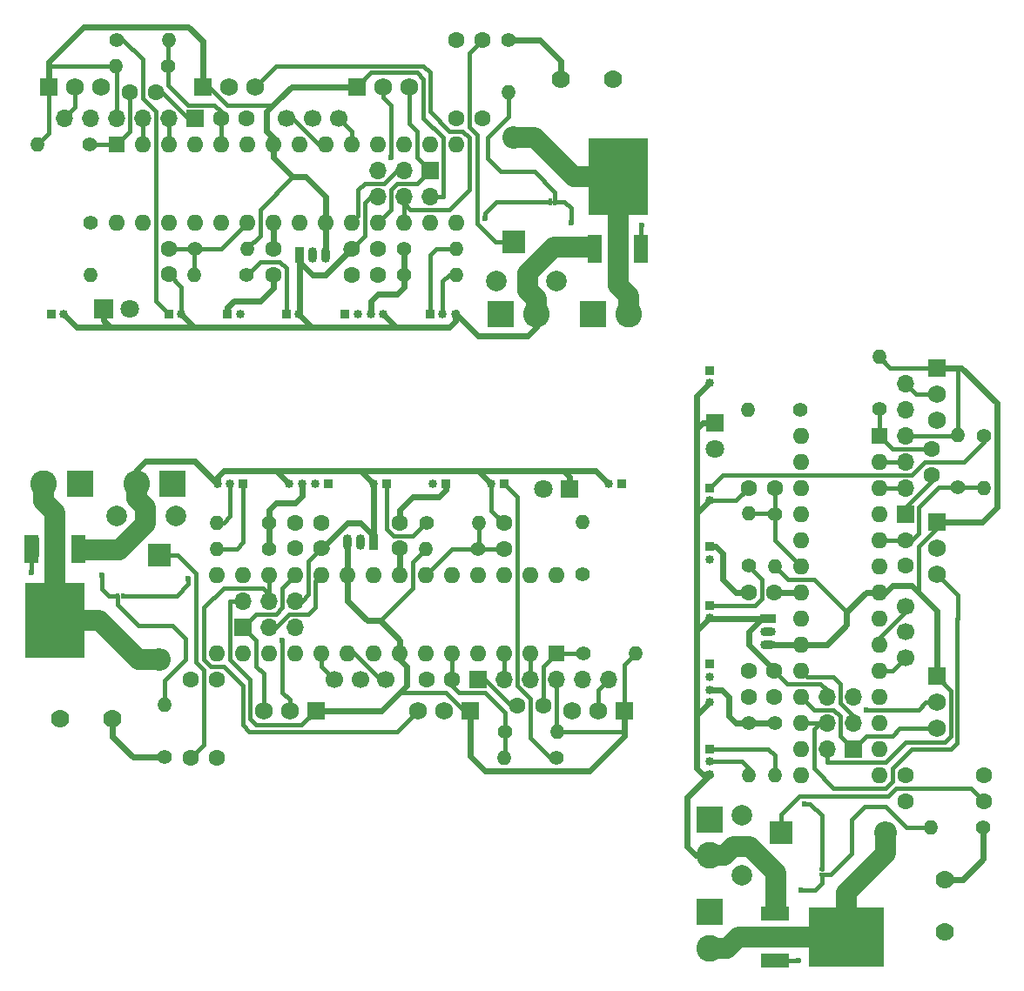
<source format=gbl>
%MOIN*%
%OFA0B0*%
%FSLAX46Y46*%
%IPPOS*%
%LPD*%
%AMREC10*
4,1,3,
0.043307086614173228,0.043307086614173242,
-0.043307086614173242,0.043307086614173228,
-0.043307086614173228,-0.043307086614173242,
0.043307086614173242,-0.043307086614173228,
0*%
%AMREC20*
4,1,3,
0.033464566929133854,0.033464566929133861,
-0.033464566929133861,0.033464566929133854,
-0.033464566929133854,-0.033464566929133861,
0.033464566929133861,-0.033464566929133854,
0*%
%AMREC30*
4,1,3,
0.035433070866141732,0.035433070866141739,
-0.035433070866141739,0.035433070866141732,
-0.035433070866141732,-0.035433070866141739,
0.035433070866141739,-0.035433070866141732,
0*%
%AMREC40*
4,1,3,
0.03444881889763779,0.0344488188976378,
-0.0344488188976378,0.03444881889763779,
-0.03444881889763779,-0.0344488188976378,
0.0344488188976378,-0.03444881889763779,
0*%
%AMREC50*
4,1,3,
0.031496062992125984,0.031496062992125991,
-0.031496062992125991,0.031496062992125984,
-0.031496062992125984,-0.031496062992125991,
0.031496062992125991,-0.031496062992125984,
0*%
%AMREC60*
4,1,3,
0.051181102362204724,0.051181102362204738,
-0.051181102362204738,0.051181102362204724,
-0.051181102362204724,-0.051181102362204738,
0.051181102362204738,-0.051181102362204724,
0*%
%AMREC70*
4,1,3,
0.017716535433070862,0.029527559055118113,
-0.017716535433070873,0.029527559055118113,
-0.017716535433070862,-0.029527559055118113,
0.017716535433070873,-0.029527559055118113,
0*%
%AMREC80*
4,1,3,
0.016732283464566927,0.016732283464566931,
-0.016732283464566931,0.016732283464566927,
-0.016732283464566927,-0.016732283464566931,
0.016732283464566931,-0.016732283464566927,
0*%
%AMREC90*
4,1,3,
0.027559055118110232,0.053149606299212608,
-0.027559055118110239,0.053149606299212608,
-0.027559055118110232,-0.053149606299212608,
0.027559055118110239,-0.053149606299212608,
0*%
%AMREC100*
4,1,3,
0.11417322834645668,0.1456692913385827,
-0.11417322834645671,0.14566929133858267,
-0.11417322834645668,-0.1456692913385827,
0.11417322834645671,-0.14566929133858267,
0*%
%AMREC110*
4,1,3,
0.007874015748031496,0.011811023622047244,
-0.0078740157480314977,0.011811023622047244,
-0.007874015748031496,-0.011811023622047244,
0.0078740157480314977,-0.011811023622047244,
0*%
%ADD10C,0.0039370078740157488*%
%ADD11R,0.086614173228346469X0.086614173228346469*%
%ADD12O,0.086614173228346469X0.086614173228346469*%
%ADD13C,0.07*%
%ADD14R,0.066929133858267723X0.066929133858267723*%
%ADD15O,0.066929133858267723X0.066929133858267723*%
%ADD16R,0.070866141732283464X0.070866141732283464*%
%ADD17C,0.070866141732283464*%
%ADD18C,0.068897637795275593*%
%ADD19R,0.068897637795275593X0.068897637795275593*%
%ADD20C,0.07874015748031496*%
%ADD21R,0.062992125984251982X0.062992125984251982*%
%ADD22O,0.062992125984251982X0.062992125984251982*%
%ADD23R,0.10236220472440946X0.10236220472440946*%
%ADD24C,0.10236220472440946*%
%ADD25C,0.066929133858267723*%
%ADD26C,0.055118110236220472*%
%ADD27O,0.055118110236220472X0.055118110236220472*%
%ADD28C,0.062992125984251982*%
%ADD29O,0.035433070866141732X0.059055118110236227*%
%ADD30R,0.035433070866141732X0.059055118110236227*%
%ADD31R,0.033464566929133861X0.033464566929133861*%
%ADD32C,0.033464566929133861*%
%ADD33R,0.055118110236220472X0.10629921259842522*%
%ADD34R,0.2283464566929134X0.29133858267716539*%
%ADD35R,0.015748031496062995X0.023622047244094488*%
%ADD36C,0.023622047244094488*%
%ADD37C,0.016*%
%ADD38C,0.024000000000000004*%
%ADD39C,0.036000000000000004*%
%ADD40C,0.08*%
%ADD51C,0.0039370078740157488*%
%AMCOMP41*
4,1,3,
0.043307086614173228,0.043307086614173242,
-0.043307086614173242,0.043307086614173228,
-0.043307086614173228,-0.043307086614173242,
0.043307086614173242,-0.043307086614173228,
0*%
%ADD52COMP41*%
%ADD53O,0.086614173228346469X0.086614173228346469*%
%ADD54C,0.07*%
%AMCOMP42*
4,1,3,
0.033464566929133854,0.033464566929133861,
-0.033464566929133861,0.033464566929133854,
-0.033464566929133854,-0.033464566929133861,
0.033464566929133861,-0.033464566929133854,
0*%
%ADD55COMP42*%
%ADD56O,0.066929133858267723X0.066929133858267723*%
%AMCOMP43*
4,1,3,
0.035433070866141732,0.035433070866141739,
-0.035433070866141739,0.035433070866141732,
-0.035433070866141732,-0.035433070866141739,
0.035433070866141739,-0.035433070866141732,
0*%
%ADD57COMP43*%
%ADD58C,0.070866141732283464*%
%ADD59C,0.068897637795275593*%
%AMCOMP44*
4,1,3,
0.03444881889763779,0.0344488188976378,
-0.0344488188976378,0.03444881889763779,
-0.03444881889763779,-0.0344488188976378,
0.0344488188976378,-0.03444881889763779,
0*%
%ADD60COMP44*%
%ADD61C,0.07874015748031496*%
%AMCOMP45*
4,1,3,
0.031496062992125984,0.031496062992125991,
-0.031496062992125991,0.031496062992125984,
-0.031496062992125984,-0.031496062992125991,
0.031496062992125991,-0.031496062992125984,
0*%
%ADD62COMP45*%
%ADD63O,0.062992125984251982X0.062992125984251982*%
%AMCOMP46*
4,1,3,
0.051181102362204724,0.051181102362204738,
-0.051181102362204738,0.051181102362204724,
-0.051181102362204724,-0.051181102362204738,
0.051181102362204738,-0.051181102362204724,
0*%
%ADD64COMP46*%
%ADD65C,0.10236220472440946*%
%ADD66C,0.066929133858267723*%
%ADD67C,0.055118110236220472*%
%ADD68O,0.055118110236220472X0.055118110236220472*%
%ADD69C,0.062992125984251982*%
%ADD70O,0.035433070866141732X0.059055118110236227*%
%AMCOMP47*
4,1,3,
0.017716535433070862,0.029527559055118113,
-0.017716535433070873,0.029527559055118113,
-0.017716535433070862,-0.029527559055118113,
0.017716535433070873,-0.029527559055118113,
0*%
%ADD71COMP47*%
%AMCOMP48*
4,1,3,
0.016732283464566927,0.016732283464566931,
-0.016732283464566931,0.016732283464566927,
-0.016732283464566927,-0.016732283464566931,
0.016732283464566931,-0.016732283464566927,
0*%
%ADD72COMP48*%
%ADD73C,0.033464566929133861*%
%AMCOMP49*
4,1,3,
0.027559055118110232,0.053149606299212608,
-0.027559055118110239,0.053149606299212608,
-0.027559055118110232,-0.053149606299212608,
0.027559055118110239,-0.053149606299212608,
0*%
%ADD74COMP49*%
%AMCOMP50*
4,1,3,
0.11417322834645668,0.1456692913385827,
-0.11417322834645671,0.14566929133858267,
-0.11417322834645668,-0.1456692913385827,
0.11417322834645671,-0.14566929133858267,
0*%
%ADD75COMP50*%
%AMCOMP51*
4,1,3,
0.007874015748031496,0.011811023622047244,
-0.0078740157480314977,0.011811023622047244,
-0.007874015748031496,-0.011811023622047244,
0.0078740157480314977,-0.011811023622047244,
0*%
%ADD76COMP51*%
%ADD77C,0.023622047244094488*%
%ADD78C,0.016*%
%ADD79C,0.024000000000000004*%
%ADD80C,0.036000000000000004*%
%ADD81C,0.08*%
%ADD82C,0.0039370078740157488*%
%ADD83R,0.086614173228346469X0.086614173228346469*%
%ADD84O,0.086614173228346469X0.086614173228346469*%
%ADD85C,0.07*%
%ADD86R,0.066929133858267723X0.066929133858267723*%
%ADD87O,0.066929133858267723X0.066929133858267723*%
%ADD88R,0.070866141732283464X0.070866141732283464*%
%ADD89C,0.070866141732283464*%
%ADD90C,0.068897637795275593*%
%ADD91R,0.068897637795275593X0.068897637795275593*%
%ADD92C,0.07874015748031496*%
%ADD93R,0.062992125984251982X0.062992125984251982*%
%ADD94O,0.062992125984251982X0.062992125984251982*%
%ADD95R,0.10236220472440946X0.10236220472440946*%
%ADD96C,0.10236220472440946*%
%ADD97C,0.066929133858267723*%
%ADD98C,0.055118110236220472*%
%ADD99O,0.055118110236220472X0.055118110236220472*%
%ADD100C,0.062992125984251982*%
%ADD101O,0.059055118110236227X0.035433070866141732*%
%ADD102R,0.059055118110236227X0.035433070866141732*%
%ADD103R,0.033464566929133861X0.033464566929133861*%
%ADD104C,0.033464566929133861*%
%ADD105R,0.10629921259842522X0.055118110236220472*%
%ADD106R,0.29133858267716539X0.2283464566929134*%
%ADD107R,0.023622047244094488X0.015748031496062995*%
%ADD108C,0.023622047244094488*%
%ADD109C,0.016*%
%ADD110C,0.024000000000000004*%
%ADD111C,0.036000000000000004*%
%ADD112C,0.08*%
G01*
D10*
D11*
X-0001338582Y0005393700D02*
X0000661417Y0001643700D03*
D12*
X0000661417Y0001243700D03*
D13*
X0000481417Y0001018700D03*
X0000281417Y0001018700D03*
D14*
X0001881417Y0001168700D03*
D15*
X0001981417Y0001168700D03*
X0002081417Y0001168700D03*
X0002181417Y0001168700D03*
X0002281417Y0001168700D03*
X0002381417Y0001168700D03*
D16*
X0002231417Y0001898700D03*
D17*
X0002131417Y0001898700D03*
D18*
X0002240866Y0001048622D03*
X0002340866Y0001048622D03*
D19*
X0002440866Y0001048622D03*
D20*
X0000497244Y0001793700D03*
X0000725590Y0001793700D03*
D21*
X0002181417Y0001268700D03*
D22*
X0000881417Y0001568700D03*
X0002081417Y0001268700D03*
X0000981417Y0001568700D03*
X0001981417Y0001268700D03*
X0001081417Y0001568700D03*
X0001881417Y0001268700D03*
X0001181417Y0001568700D03*
X0001781417Y0001268700D03*
X0001281417Y0001568700D03*
X0001681417Y0001268700D03*
X0001381417Y0001568700D03*
X0001581417Y0001268700D03*
X0001481417Y0001568700D03*
X0001481417Y0001268700D03*
X0001581417Y0001568700D03*
X0001381417Y0001268700D03*
X0001681417Y0001568700D03*
X0001281417Y0001268700D03*
X0001781417Y0001568700D03*
X0001181417Y0001268700D03*
X0001881417Y0001568700D03*
X0001081417Y0001268700D03*
X0001981417Y0001568700D03*
X0000981417Y0001268700D03*
X0002081417Y0001568700D03*
X0000881417Y0001268700D03*
X0002181417Y0001568700D03*
D23*
X0000711417Y0001918700D03*
D24*
X0000573622Y0001918700D03*
D23*
X0000356417Y0001918700D03*
D24*
X0000218622Y0001918700D03*
D25*
X0001331417Y0001168700D03*
X0001429842Y0001168700D03*
X0001528267Y0001168700D03*
D26*
X0001982992Y0000968700D03*
D27*
X0002182992Y0000968700D03*
D26*
X0002179842Y0000868700D03*
D27*
X0001979842Y0000868700D03*
D28*
X0001581417Y0001768700D03*
X0001581417Y0001670275D03*
X0001281417Y0001768700D03*
X0001281417Y0001670275D03*
X0001781417Y0001168700D03*
X0001682992Y0001168700D03*
D29*
X0001431417Y0001693700D03*
X0001381417Y0001693700D03*
D30*
X0001481417Y0001693700D03*
D28*
X0001181417Y0001768700D03*
X0001181417Y0001670275D03*
X0002031417Y0001068700D03*
X0002129842Y0001068700D03*
D26*
X0002282992Y0001268700D03*
D27*
X0002482992Y0001268700D03*
D28*
X0001981417Y0001668700D03*
X0001981417Y0001767125D03*
D26*
X0001682992Y0001768700D03*
D27*
X0001882992Y0001768700D03*
D26*
X0001879842Y0001668700D03*
D27*
X0001679842Y0001668700D03*
D18*
X0001650314Y0001048622D03*
X0001750314Y0001048622D03*
D19*
X0001850314Y0001048622D03*
D18*
X0001059763Y0001048622D03*
X0001159763Y0001048622D03*
D19*
X0001259763Y0001048622D03*
D26*
X0001079842Y0001668700D03*
D27*
X0000879842Y0001668700D03*
D26*
X0001079842Y0001768700D03*
D27*
X0000879842Y0001768700D03*
D26*
X0002281417Y0001570275D03*
D27*
X0002281417Y0001770275D03*
D28*
X0000781417Y0001168700D03*
X0000781417Y0000868700D03*
X0000881417Y0001168700D03*
X0000881417Y0000868700D03*
D26*
X0000681417Y0000870275D03*
D27*
X0000681417Y0001070275D03*
D14*
X0000981417Y0001368700D03*
D15*
X0000981417Y0001468700D03*
X0001081417Y0001368700D03*
X0001081417Y0001468700D03*
X0001181417Y0001368700D03*
X0001181417Y0001468700D03*
D31*
X0001756417Y0001918700D03*
D32*
X0001707204Y0001918700D03*
D31*
X0001306417Y0001918700D03*
D32*
X0001257204Y0001918700D03*
X0001207992Y0001918700D03*
X0001158779Y0001918700D03*
D31*
X0001531417Y0001918700D03*
D32*
X0001482204Y0001918700D03*
D31*
X0002431417Y0001918700D03*
D32*
X0002382204Y0001918700D03*
D31*
X0001981417Y0001918700D03*
D32*
X0001932204Y0001918700D03*
D31*
X0000981417Y0001918700D03*
D32*
X0000932204Y0001918700D03*
X0000882992Y0001918700D03*
D33*
X0000171653Y0001668897D03*
X0000351181Y0001668897D03*
D34*
X0000261417Y0001394015D03*
D35*
X0000521259Y0001488700D03*
X0000501574Y0001488700D03*
D36*
X0001131417Y0001318700D03*
X0000171417Y0001578700D03*
X0000441417Y0001568700D03*
X0000771417Y0001553700D03*
D37*
X0002181417Y0001268700D02*
X0002282992Y0001268700D01*
X0002181417Y0001268700D02*
X0002131417Y0001218700D01*
X0002131417Y0001218700D02*
X0002131417Y0001070275D01*
X0002131417Y0001070275D02*
X0002129842Y0001068700D01*
D38*
X0000882992Y0001918700D02*
X0000881417Y0001918700D01*
X0000881417Y0001918700D02*
X0000796417Y0002003700D01*
X0000573622Y0001970905D02*
X0000573622Y0001918700D01*
X0000606417Y0002003700D02*
X0000573622Y0001970905D01*
X0000796417Y0002003700D02*
X0000606417Y0002003700D01*
D39*
X0000356377Y0001663700D02*
X0000381417Y0001663700D01*
D40*
X0000573622Y0001861496D02*
X0000606417Y0001828700D01*
X0000606417Y0001828700D02*
X0000606417Y0001763700D01*
X0000606417Y0001763700D02*
X0000506417Y0001663700D01*
X0000506417Y0001663700D02*
X0000381417Y0001663700D01*
X0000573622Y0001861496D02*
X0000573622Y0001918700D01*
D39*
X0000356377Y0001663700D02*
X0000351181Y0001668897D01*
D38*
X0000481417Y0001018700D02*
X0000481417Y0000948700D01*
X0000481417Y0000948700D02*
X0000559842Y0000870275D01*
X0000559842Y0000870275D02*
X0000681417Y0000870275D01*
D37*
X0001159763Y0001090354D02*
X0001159763Y0001048622D01*
X0001131417Y0001118700D02*
X0001159763Y0001090354D01*
X0001131417Y0001318700D02*
X0001131417Y0001118700D01*
D38*
X0001281417Y0001670275D02*
X0001282992Y0001670275D01*
X0001282992Y0001670275D02*
X0001381417Y0001768700D01*
X0001431417Y0001768700D02*
X0001481417Y0001718700D01*
X0001381417Y0001768700D02*
X0001431417Y0001768700D01*
X0001481417Y0001718700D02*
X0001481417Y0001693700D01*
D37*
X0001181417Y0001468700D02*
X0001206417Y0001468700D01*
X0001206417Y0001468700D02*
X0001231417Y0001493700D01*
X0001231417Y0001493700D02*
X0001231417Y0001620275D01*
X0001231417Y0001620275D02*
X0001281417Y0001670275D01*
D38*
X0001481417Y0001718700D02*
X0001481417Y0001693700D01*
X0001581417Y0001670275D02*
X0001581417Y0001568700D01*
X0001481417Y0001693700D02*
X0001481417Y0001917913D01*
X0001481417Y0001917913D02*
X0001482204Y0001918700D01*
D37*
X0002340866Y0001048622D02*
X0002340866Y0001128149D01*
X0002340866Y0001128149D02*
X0002381417Y0001168700D01*
X0001304842Y0001670275D02*
X0001281417Y0001670275D01*
X0001932204Y0001918700D02*
X0001932204Y0001816338D01*
X0001932204Y0001816338D02*
X0001981417Y0001767125D01*
D38*
X0001856417Y0001968700D02*
X0001882204Y0001968700D01*
X0001882204Y0001968700D02*
X0001932204Y0001918700D01*
X0002181417Y0001968700D02*
X0002332204Y0001968700D01*
X0002332204Y0001968700D02*
X0002382204Y0001918700D01*
X0001431417Y0001968700D02*
X0001856417Y0001968700D01*
X0001856417Y0001968700D02*
X0002181417Y0001968700D01*
X0002181417Y0001968700D02*
X0002206417Y0001968700D01*
X0002231417Y0001943700D02*
X0002231417Y0001898700D01*
X0002206417Y0001968700D02*
X0002231417Y0001943700D01*
X0001108779Y0001968700D02*
X0001431417Y0001968700D01*
X0001431417Y0001968700D02*
X0001432204Y0001968700D01*
X0001432204Y0001968700D02*
X0001482204Y0001918700D01*
X0000882992Y0001918700D02*
X0000882992Y0001945275D01*
X0001108779Y0001968700D02*
X0001158779Y0001918700D01*
X0000906417Y0001968700D02*
X0001108779Y0001968700D01*
X0000882992Y0001945275D02*
X0000906417Y0001968700D01*
X0000879055Y0001914763D02*
X0000882992Y0001918700D01*
D37*
X0001879842Y0001668700D02*
X0001981417Y0001668700D01*
X0001681417Y0001568700D02*
X0001781417Y0001668700D01*
X0001781417Y0001668700D02*
X0001879842Y0001668700D01*
X0001882992Y0001768700D02*
X0001882992Y0001671850D01*
X0001882992Y0001671850D02*
X0001879842Y0001668700D01*
X0000879842Y0001668700D02*
X0000956417Y0001668700D01*
X0000981417Y0001693700D02*
X0000981417Y0001918700D01*
X0000956417Y0001668700D02*
X0000981417Y0001693700D01*
X0000171417Y0001578700D02*
X0000171653Y0001578937D01*
X0000171653Y0001668897D02*
X0000171653Y0001578937D01*
X0000466417Y0001488700D02*
X0000501574Y0001488700D01*
X0000441417Y0001513700D02*
X0000466417Y0001488700D01*
X0000441417Y0001568700D02*
X0000441417Y0001513700D01*
X0000501574Y0001488700D02*
X0000501574Y0001453543D01*
X0000681417Y0001163700D02*
X0000681417Y0001070275D01*
X0000761417Y0001243700D02*
X0000681417Y0001163700D01*
X0000761417Y0001323700D02*
X0000761417Y0001243700D01*
X0000711417Y0001373700D02*
X0000761417Y0001323700D01*
X0000581417Y0001373700D02*
X0000711417Y0001373700D01*
X0000501574Y0001453543D02*
X0000581417Y0001373700D01*
X0000191653Y0001643897D02*
X0000191653Y0001708464D01*
X0001982992Y0000968700D02*
X0001982992Y0000871850D01*
X0001982992Y0000871850D02*
X0001979842Y0000868700D01*
X0001781417Y0001168700D02*
X0001781417Y0001143700D01*
X0001781417Y0001143700D02*
X0001806417Y0001118700D01*
X0001982992Y0001042125D02*
X0001982992Y0000968700D01*
X0001906417Y0001118700D02*
X0001982992Y0001042125D01*
X0001806417Y0001118700D02*
X0001906417Y0001118700D01*
X0001781417Y0001268700D02*
X0001781417Y0001168700D01*
X0001106417Y0001368700D02*
X0001156417Y0001418700D01*
X0001256417Y0001543700D02*
X0001281417Y0001568700D01*
X0001256417Y0001443700D02*
X0001256417Y0001543700D01*
X0001231417Y0001418700D02*
X0001256417Y0001443700D01*
X0001156417Y0001418700D02*
X0001231417Y0001418700D01*
X0001031417Y0001218700D02*
X0001031417Y0001318700D01*
X0001031417Y0001218700D02*
X0001059763Y0001190354D01*
X0001059763Y0001048622D02*
X0001059763Y0001190354D01*
X0001031417Y0001318700D02*
X0000981417Y0001368700D01*
X0001181417Y0001568700D02*
X0001131417Y0001518700D01*
X0001031417Y0001418700D02*
X0000981417Y0001368700D01*
X0001106417Y0001418700D02*
X0001031417Y0001418700D01*
X0001131417Y0001443700D02*
X0001106417Y0001418700D01*
X0001131417Y0001518700D02*
X0001131417Y0001443700D01*
D38*
X0001381417Y0001693700D02*
X0001381417Y0001568700D01*
X0001079842Y0001768700D02*
X0001079842Y0001668700D01*
D37*
X0001850314Y0001048622D02*
X0001826496Y0001048622D01*
X0001826496Y0001048622D02*
X0001756417Y0001118700D01*
X0001581417Y0001118700D02*
X0001556417Y0001093700D01*
X0001756417Y0001118700D02*
X0001581417Y0001118700D01*
X0000981417Y0001468700D02*
X0000931417Y0001468700D01*
X0001204842Y0000993700D02*
X0001259763Y0001048622D01*
X0001031417Y0000993700D02*
X0001204842Y0000993700D01*
X0001006417Y0001018700D02*
X0001031417Y0000993700D01*
X0001006417Y0001168700D02*
X0001006417Y0001018700D01*
X0000931417Y0001243700D02*
X0001006417Y0001168700D01*
X0000931417Y0001293700D02*
X0000931417Y0001243700D01*
X0000931417Y0001468700D02*
X0000931417Y0001293700D01*
X0001079842Y0001668700D02*
X0001079842Y0001667125D01*
X0001679842Y0001668700D02*
X0001679842Y0001667125D01*
X0001679842Y0001667125D02*
X0001631417Y0001618700D01*
X0001631417Y0001618700D02*
X0001631417Y0001518700D01*
X0001631417Y0001518700D02*
X0001506417Y0001393700D01*
X0002440866Y0001048622D02*
X0002440866Y0001226574D01*
X0002440866Y0001226574D02*
X0002482992Y0001268700D01*
D38*
X0001850314Y0001048622D02*
X0001850314Y0000874803D01*
X0002440866Y0000953149D02*
X0002440866Y0001048622D01*
X0002306417Y0000818700D02*
X0002440866Y0000953149D01*
X0001906417Y0000818700D02*
X0002306417Y0000818700D01*
X0001850314Y0000874803D02*
X0001906417Y0000818700D01*
D37*
X0001850314Y0001048622D02*
X0001850314Y0001037598D01*
X0002440866Y0001048622D02*
X0002440866Y0000978149D01*
X0002440866Y0000978149D02*
X0002431417Y0000968700D01*
X0002431417Y0000968700D02*
X0002182992Y0000968700D01*
X0002181417Y0001168700D02*
X0002181417Y0000970275D01*
X0002181417Y0000970275D02*
X0002182992Y0000968700D01*
D38*
X0001581417Y0001268700D02*
X0001581417Y0001243700D01*
X0001581417Y0001243700D02*
X0001606417Y0001218700D01*
X0001511338Y0001048622D02*
X0001259763Y0001048622D01*
X0001606417Y0001143700D02*
X0001556417Y0001093700D01*
X0001556417Y0001093700D02*
X0001511338Y0001048622D01*
X0001606417Y0001218700D02*
X0001606417Y0001143700D01*
X0001381417Y0001568700D02*
X0001381417Y0001468700D01*
X0001456417Y0001393700D02*
X0001506417Y0001393700D01*
X0001381417Y0001468700D02*
X0001456417Y0001393700D01*
X0001506417Y0001393700D02*
X0001581417Y0001318700D01*
X0001581417Y0001318700D02*
X0001581417Y0001268700D01*
X0001079842Y0001768700D02*
X0001079842Y0001817125D01*
X0001207992Y0001870275D02*
X0001207992Y0001918700D01*
X0001181417Y0001843700D02*
X0001207992Y0001870275D01*
X0001106417Y0001843700D02*
X0001181417Y0001843700D01*
X0001079842Y0001817125D02*
X0001106417Y0001843700D01*
D37*
X0001381417Y0001268700D02*
X0001406417Y0001268700D01*
X0001406417Y0001268700D02*
X0001506417Y0001168700D01*
X0001506417Y0001168700D02*
X0001528267Y0001168700D01*
X0001281417Y0001268700D02*
X0001281417Y0001218700D01*
X0001281417Y0001218700D02*
X0001331417Y0001168700D01*
X0001031417Y0000969826D02*
X0001005291Y0000969826D01*
X0000831417Y0001243700D02*
X0000856417Y0001218700D01*
X0000856417Y0001218700D02*
X0000906417Y0001218700D01*
X0000906417Y0001218700D02*
X0000981417Y0001143700D01*
X0000981417Y0001143700D02*
X0000981417Y0001043700D01*
X0000981417Y0001043700D02*
X0000981417Y0001018700D01*
X0001056417Y0001518700D02*
X0000906417Y0001518700D01*
X0000906417Y0001518700D02*
X0000831417Y0001443700D01*
X0001056417Y0001518700D02*
X0001081417Y0001493700D01*
X0000831417Y0001443700D02*
X0000831417Y0001243700D01*
X0000981417Y0000993700D02*
X0000981417Y0001018700D01*
X0001005291Y0000969826D02*
X0000981417Y0000993700D01*
X0001481417Y0000968700D02*
X0001570393Y0000968700D01*
X0001031417Y0000969826D02*
X0001480291Y0000969826D01*
X0001480291Y0000969826D02*
X0001481417Y0000968700D01*
X0001570393Y0000968700D02*
X0001650314Y0001048622D01*
X0001081417Y0001468700D02*
X0001081417Y0001493700D01*
X0001081417Y0001568700D02*
X0001081417Y0001468700D01*
X0002081417Y0001168700D02*
X0002081417Y0001268700D01*
X0001981417Y0001168700D02*
X0001981417Y0001268700D01*
X0001881417Y0001168700D02*
X0001906417Y0001168700D01*
X0001906417Y0001168700D02*
X0002006417Y0001068700D01*
X0002006417Y0001068700D02*
X0002031417Y0001068700D01*
X0002179842Y0000868700D02*
X0002156417Y0000868700D01*
X0002156417Y0000868700D02*
X0002081417Y0000943700D01*
X0002081417Y0000943700D02*
X0002081417Y0001093700D01*
X0002081417Y0001093700D02*
X0002031417Y0001143700D01*
X0002031417Y0001143700D02*
X0002031417Y0001868700D01*
X0002031417Y0001868700D02*
X0001981417Y0001918700D01*
X0001682992Y0001768700D02*
X0001681417Y0001768700D01*
X0001681417Y0001768700D02*
X0001631417Y0001718700D01*
X0001531417Y0001743700D02*
X0001531417Y0001918700D01*
X0001556417Y0001718700D02*
X0001531417Y0001743700D01*
X0001631417Y0001718700D02*
X0001556417Y0001718700D01*
X0000879842Y0001768700D02*
X0000906417Y0001768700D01*
X0000906417Y0001768700D02*
X0000932204Y0001794488D01*
X0000932204Y0001794488D02*
X0000932204Y0001918700D01*
X0000801417Y0001233700D02*
X0000801417Y0001573700D01*
X0000781417Y0000868700D02*
X0000831417Y0000918700D01*
X0000831417Y0001203700D02*
X0000831417Y0000918700D01*
X0000831417Y0001203700D02*
X0000801417Y0001233700D01*
X0000731417Y0001643700D02*
X0000661417Y0001643700D01*
X0000801417Y0001573700D02*
X0000731417Y0001643700D01*
D40*
X0000661417Y0001243700D02*
X0000581417Y0001243700D01*
X0000431102Y0001394015D02*
X0000261417Y0001394015D01*
X0000581417Y0001243700D02*
X0000431102Y0001394015D01*
X0000218622Y0001918700D02*
X0000218622Y0001851496D01*
X0000261417Y0001808700D02*
X0000261417Y0001394015D01*
X0000218622Y0001851496D02*
X0000261417Y0001808700D01*
D37*
X0000521259Y0001488700D02*
X0000681417Y0001488700D01*
X0000726417Y0001488700D02*
X0000681417Y0001488700D01*
X0000771417Y0001533700D02*
X0000726417Y0001488700D01*
X0000771417Y0001553700D02*
X0000771417Y0001533700D01*
D38*
X0001756417Y0001918700D02*
X0001756417Y0001893700D01*
X0001581417Y0001818700D02*
X0001581417Y0001768700D01*
X0001631417Y0001868700D02*
X0001581417Y0001818700D01*
X0001731417Y0001868700D02*
X0001631417Y0001868700D01*
X0001756417Y0001893700D02*
X0001731417Y0001868700D01*
G04 next file*
G04 #@! TF.FileFunction,Copper,L2,Bot,Signal*
G04 Gerber Fmt 4.6, Leading zero omitted, Abs format (unit mm)*
G04 Created by KiCad (PCBNEW 4.0.7) date 07/26/19 16:42:22*
G01*
G04 APERTURE LIST*
G04 APERTURE END LIST*
D51*
D52*
X0004015748Y-0000905511D02*
X0002015747Y0002844488D03*
D53*
X0002015747Y0003244488D03*
D54*
X0002195747Y0003469488D03*
X0002395747Y0003469488D03*
D55*
X0000795747Y0003319488D03*
D56*
X0000695747Y0003319488D03*
X0000595747Y0003319488D03*
X0000495747Y0003319488D03*
X0000395747Y0003319488D03*
X0000295747Y0003319488D03*
D57*
X0000445747Y0002589488D03*
D58*
X0000545747Y0002589488D03*
D59*
X0000436299Y0003439566D03*
X0000336299Y0003439566D03*
D60*
X0000236299Y0003439566D03*
D61*
X0002179921Y0002694488D03*
X0001951574Y0002694488D03*
D62*
X0000495747Y0003219488D03*
D63*
X0001795747Y0002919488D03*
X0000595747Y0003219488D03*
X0001695747Y0002919488D03*
X0000695747Y0003219488D03*
X0001595747Y0002919488D03*
X0000795747Y0003219488D03*
X0001495747Y0002919488D03*
X0000895747Y0003219488D03*
X0001395747Y0002919488D03*
X0000995747Y0003219488D03*
X0001295747Y0002919488D03*
X0001095747Y0003219488D03*
X0001195747Y0002919488D03*
X0001195747Y0003219488D03*
X0001095747Y0002919488D03*
X0001295747Y0003219488D03*
X0000995747Y0002919488D03*
X0001395747Y0003219488D03*
X0000895747Y0002919488D03*
X0001495747Y0003219488D03*
X0000795747Y0002919488D03*
X0001595747Y0003219488D03*
X0000695747Y0002919488D03*
X0001695747Y0003219488D03*
X0000595747Y0002919488D03*
X0001795747Y0003219488D03*
X0000495747Y0002919488D03*
D64*
X0001965747Y0002569488D03*
D65*
X0002103543Y0002569488D03*
D64*
X0002320747Y0002569488D03*
D65*
X0002458543Y0002569488D03*
D66*
X0001345747Y0003319488D03*
X0001247322Y0003319488D03*
X0001148897Y0003319488D03*
D67*
X0000694173Y0003519488D03*
D68*
X0000494173Y0003519488D03*
D67*
X0000497322Y0003619488D03*
D68*
X0000697322Y0003619488D03*
D69*
X0001095747Y0002719488D03*
X0001095747Y0002817913D03*
X0001395747Y0002719488D03*
X0001395747Y0002817913D03*
X0000895747Y0003319488D03*
X0000994173Y0003319488D03*
D70*
X0001245747Y0002794488D03*
X0001295747Y0002794488D03*
D71*
X0001195747Y0002794488D03*
D69*
X0001495747Y0002719488D03*
X0001495747Y0002817913D03*
X0000645747Y0003419488D03*
X0000547322Y0003419488D03*
D67*
X0000394173Y0003219488D03*
D68*
X0000194173Y0003219488D03*
D69*
X0000695747Y0002819488D03*
X0000695747Y0002721062D03*
D67*
X0000994173Y0002719488D03*
D68*
X0000794173Y0002719488D03*
D67*
X0000797322Y0002819488D03*
D68*
X0000997322Y0002819488D03*
D59*
X0001026850Y0003439566D03*
X0000926850Y0003439566D03*
D60*
X0000826850Y0003439566D03*
D59*
X0001617401Y0003439566D03*
X0001517401Y0003439566D03*
D60*
X0001417401Y0003439566D03*
D67*
X0001597322Y0002819488D03*
D68*
X0001797322Y0002819488D03*
D67*
X0001597322Y0002719488D03*
D68*
X0001797322Y0002719488D03*
D67*
X0000395747Y0002917913D03*
D68*
X0000395747Y0002717913D03*
D69*
X0001895747Y0003319488D03*
X0001895747Y0003619488D03*
X0001795747Y0003319488D03*
X0001795747Y0003619488D03*
D67*
X0001995747Y0003617913D03*
D68*
X0001995747Y0003417913D03*
D55*
X0001695747Y0003119488D03*
D56*
X0001695747Y0003019488D03*
X0001595747Y0003119488D03*
X0001595747Y0003019488D03*
X0001495747Y0003119488D03*
X0001495747Y0003019488D03*
D72*
X0000920747Y0002569488D03*
D73*
X0000969960Y0002569488D03*
D72*
X0001370747Y0002569488D03*
D73*
X0001419960Y0002569488D03*
X0001469173Y0002569488D03*
X0001518385Y0002569488D03*
D72*
X0001145747Y0002569488D03*
D73*
X0001194960Y0002569488D03*
D72*
X0000245747Y0002569488D03*
D73*
X0000294960Y0002569488D03*
D72*
X0000695747Y0002569488D03*
D73*
X0000744960Y0002569488D03*
D72*
X0001695747Y0002569488D03*
D73*
X0001744960Y0002569488D03*
X0001794173Y0002569488D03*
D74*
X0002505511Y0002819291D03*
X0002325984Y0002819291D03*
D75*
X0002415747Y0003094173D03*
D76*
X0002155905Y0002999488D03*
X0002175590Y0002999488D03*
D77*
X0001545747Y0003169488D03*
X0002505747Y0002909488D03*
X0002235747Y0002919488D03*
X0001905747Y0002934488D03*
D78*
X0000495747Y0003219488D02*
X0000394173Y0003219488D01*
X0000495747Y0003219488D02*
X0000545747Y0003269488D01*
X0000545747Y0003269488D02*
X0000545747Y0003417913D01*
X0000545747Y0003417913D02*
X0000547322Y0003419488D01*
D79*
X0001794173Y0002569488D02*
X0001795747Y0002569488D01*
X0001795747Y0002569488D02*
X0001880747Y0002484488D01*
X0002103543Y0002517283D02*
X0002103543Y0002569488D01*
X0002070747Y0002484488D02*
X0002103543Y0002517283D01*
X0001880747Y0002484488D02*
X0002070747Y0002484488D01*
D80*
X0002320787Y0002824488D02*
X0002295747Y0002824488D01*
D81*
X0002103543Y0002626692D02*
X0002070747Y0002659488D01*
X0002070747Y0002659488D02*
X0002070747Y0002724488D01*
X0002070747Y0002724488D02*
X0002170747Y0002824488D01*
X0002170747Y0002824488D02*
X0002295747Y0002824488D01*
X0002103543Y0002626692D02*
X0002103543Y0002569488D01*
D80*
X0002320787Y0002824488D02*
X0002325984Y0002819291D01*
D79*
X0002195747Y0003469488D02*
X0002195747Y0003539488D01*
X0002195747Y0003539488D02*
X0002117322Y0003617913D01*
X0002117322Y0003617913D02*
X0001995747Y0003617913D01*
D78*
X0001517401Y0003397834D02*
X0001517401Y0003439566D01*
X0001545747Y0003369488D02*
X0001517401Y0003397834D01*
X0001545747Y0003169488D02*
X0001545747Y0003369488D01*
D79*
X0001395747Y0002817913D02*
X0001394173Y0002817913D01*
X0001394173Y0002817913D02*
X0001295747Y0002719488D01*
X0001245747Y0002719488D02*
X0001195747Y0002769488D01*
X0001295747Y0002719488D02*
X0001245747Y0002719488D01*
X0001195747Y0002769488D02*
X0001195747Y0002794488D01*
D78*
X0001495747Y0003019488D02*
X0001470747Y0003019488D01*
X0001470747Y0003019488D02*
X0001445747Y0002994488D01*
X0001445747Y0002994488D02*
X0001445747Y0002867913D01*
X0001445747Y0002867913D02*
X0001395747Y0002817913D01*
D79*
X0001195747Y0002769488D02*
X0001195747Y0002794488D01*
X0001095747Y0002817913D02*
X0001095747Y0002919488D01*
X0001195747Y0002794488D02*
X0001195747Y0002570275D01*
X0001195747Y0002570275D02*
X0001194960Y0002569488D01*
D78*
X0000336299Y0003439566D02*
X0000336299Y0003360039D01*
X0000336299Y0003360039D02*
X0000295747Y0003319488D01*
X0001372322Y0002817913D02*
X0001395747Y0002817913D01*
X0000744960Y0002569488D02*
X0000744960Y0002671850D01*
X0000744960Y0002671850D02*
X0000695747Y0002721062D01*
D79*
X0000820747Y0002519488D02*
X0000794960Y0002519488D01*
X0000794960Y0002519488D02*
X0000744960Y0002569488D01*
X0000495747Y0002519488D02*
X0000344960Y0002519488D01*
X0000344960Y0002519488D02*
X0000294960Y0002569488D01*
X0001245747Y0002519488D02*
X0000820747Y0002519488D01*
X0000820747Y0002519488D02*
X0000495747Y0002519488D01*
X0000495747Y0002519488D02*
X0000470747Y0002519488D01*
X0000445747Y0002544488D02*
X0000445747Y0002589488D01*
X0000470747Y0002519488D02*
X0000445747Y0002544488D01*
X0001568385Y0002519488D02*
X0001245747Y0002519488D01*
X0001245747Y0002519488D02*
X0001244960Y0002519488D01*
X0001244960Y0002519488D02*
X0001194960Y0002569488D01*
X0001794173Y0002569488D02*
X0001794173Y0002542913D01*
X0001568385Y0002519488D02*
X0001518385Y0002569488D01*
X0001770747Y0002519488D02*
X0001568385Y0002519488D01*
X0001794173Y0002542913D02*
X0001770747Y0002519488D01*
X0001798110Y0002573425D02*
X0001794173Y0002569488D01*
D78*
X0000797322Y0002819488D02*
X0000695747Y0002819488D01*
X0000995747Y0002919488D02*
X0000895747Y0002819488D01*
X0000895747Y0002819488D02*
X0000797322Y0002819488D01*
X0000794173Y0002719488D02*
X0000794173Y0002816338D01*
X0000794173Y0002816338D02*
X0000797322Y0002819488D01*
X0001797322Y0002819488D02*
X0001720747Y0002819488D01*
X0001695747Y0002794488D02*
X0001695747Y0002569488D01*
X0001720747Y0002819488D02*
X0001695747Y0002794488D01*
X0002505747Y0002909488D02*
X0002505511Y0002909251D01*
X0002505511Y0002819291D02*
X0002505511Y0002909251D01*
X0002210747Y0002999488D02*
X0002175590Y0002999488D01*
X0002235747Y0002974488D02*
X0002210747Y0002999488D01*
X0002235747Y0002919488D02*
X0002235747Y0002974488D01*
X0002175590Y0002999488D02*
X0002175590Y0003034645D01*
X0001995747Y0003324488D02*
X0001995747Y0003417913D01*
X0001915747Y0003244488D02*
X0001995747Y0003324488D01*
X0001915747Y0003164488D02*
X0001915747Y0003244488D01*
X0001965747Y0003114488D02*
X0001915747Y0003164488D01*
X0002095747Y0003114488D02*
X0001965747Y0003114488D01*
X0002175590Y0003034645D02*
X0002095747Y0003114488D01*
X0002485511Y0002844291D02*
X0002485511Y0002779724D01*
X0000694173Y0003519488D02*
X0000694173Y0003616338D01*
X0000694173Y0003616338D02*
X0000697322Y0003619488D01*
X0000895747Y0003319488D02*
X0000895747Y0003344488D01*
X0000895747Y0003344488D02*
X0000870747Y0003369488D01*
X0000694173Y0003446062D02*
X0000694173Y0003519488D01*
X0000770747Y0003369488D02*
X0000694173Y0003446062D01*
X0000870747Y0003369488D02*
X0000770747Y0003369488D01*
X0000895747Y0003219488D02*
X0000895747Y0003319488D01*
X0001570747Y0003119488D02*
X0001520747Y0003069488D01*
X0001420747Y0002944488D02*
X0001395747Y0002919488D01*
X0001420747Y0003044488D02*
X0001420747Y0002944488D01*
X0001445747Y0003069488D02*
X0001420747Y0003044488D01*
X0001520747Y0003069488D02*
X0001445747Y0003069488D01*
X0001645747Y0003269488D02*
X0001645747Y0003169488D01*
X0001645747Y0003269488D02*
X0001617401Y0003297834D01*
X0001617401Y0003439566D02*
X0001617401Y0003297834D01*
X0001645747Y0003169488D02*
X0001695747Y0003119488D01*
X0001495747Y0002919488D02*
X0001545747Y0002969488D01*
X0001645747Y0003069488D02*
X0001695747Y0003119488D01*
X0001570747Y0003069488D02*
X0001645747Y0003069488D01*
X0001545747Y0003044488D02*
X0001570747Y0003069488D01*
X0001545747Y0002969488D02*
X0001545747Y0003044488D01*
D79*
X0001295747Y0002794488D02*
X0001295747Y0002919488D01*
X0001597322Y0002719488D02*
X0001597322Y0002819488D01*
D78*
X0000826850Y0003439566D02*
X0000850669Y0003439566D01*
X0000850669Y0003439566D02*
X0000920747Y0003369488D01*
X0001095747Y0003369488D02*
X0001120747Y0003394488D01*
X0000920747Y0003369488D02*
X0001095747Y0003369488D01*
X0001695747Y0003019488D02*
X0001745747Y0003019488D01*
X0001472322Y0003494488D02*
X0001417401Y0003439566D01*
X0001645747Y0003494488D02*
X0001472322Y0003494488D01*
X0001670747Y0003469488D02*
X0001645747Y0003494488D01*
X0001670747Y0003319488D02*
X0001670747Y0003469488D01*
X0001745747Y0003244488D02*
X0001670747Y0003319488D01*
X0001745747Y0003194488D02*
X0001745747Y0003244488D01*
X0001745747Y0003019488D02*
X0001745747Y0003194488D01*
X0001597322Y0002819488D02*
X0001597322Y0002821062D01*
X0000997322Y0002819488D02*
X0000997322Y0002821062D01*
X0000997322Y0002821062D02*
X0001045747Y0002869488D01*
X0001045747Y0002869488D02*
X0001045747Y0002969488D01*
X0001045747Y0002969488D02*
X0001170747Y0003094488D01*
X0000236299Y0003439566D02*
X0000236299Y0003261614D01*
X0000236299Y0003261614D02*
X0000194173Y0003219488D01*
D79*
X0000826850Y0003439566D02*
X0000826850Y0003613385D01*
X0000236299Y0003535039D02*
X0000236299Y0003439566D01*
X0000370747Y0003669488D02*
X0000236299Y0003535039D01*
X0000770747Y0003669488D02*
X0000370747Y0003669488D01*
X0000826850Y0003613385D02*
X0000770747Y0003669488D01*
D78*
X0000826850Y0003439566D02*
X0000826850Y0003450590D01*
X0000236299Y0003439566D02*
X0000236299Y0003510039D01*
X0000236299Y0003510039D02*
X0000245747Y0003519488D01*
X0000245747Y0003519488D02*
X0000494173Y0003519488D01*
X0000495747Y0003319488D02*
X0000495747Y0003517913D01*
X0000495747Y0003517913D02*
X0000494173Y0003519488D01*
D79*
X0001095747Y0003219488D02*
X0001095747Y0003244488D01*
X0001095747Y0003244488D02*
X0001070747Y0003269488D01*
X0001165826Y0003439566D02*
X0001417401Y0003439566D01*
X0001070747Y0003344488D02*
X0001120747Y0003394488D01*
X0001120747Y0003394488D02*
X0001165826Y0003439566D01*
X0001070747Y0003269488D02*
X0001070747Y0003344488D01*
X0001295747Y0002919488D02*
X0001295747Y0003019488D01*
X0001220747Y0003094488D02*
X0001170747Y0003094488D01*
X0001295747Y0003019488D02*
X0001220747Y0003094488D01*
X0001170747Y0003094488D02*
X0001095747Y0003169488D01*
X0001095747Y0003169488D02*
X0001095747Y0003219488D01*
X0001597322Y0002719488D02*
X0001597322Y0002671062D01*
X0001469173Y0002617913D02*
X0001469173Y0002569488D01*
X0001495747Y0002644488D02*
X0001469173Y0002617913D01*
X0001570747Y0002644488D02*
X0001495747Y0002644488D01*
X0001597322Y0002671062D02*
X0001570747Y0002644488D01*
D78*
X0001295747Y0003219488D02*
X0001270747Y0003219488D01*
X0001270747Y0003219488D02*
X0001170747Y0003319488D01*
X0001170747Y0003319488D02*
X0001148897Y0003319488D01*
X0001395747Y0003219488D02*
X0001395747Y0003269488D01*
X0001395747Y0003269488D02*
X0001345747Y0003319488D01*
X0001645747Y0003518362D02*
X0001671873Y0003518362D01*
X0001845747Y0003244488D02*
X0001820747Y0003269488D01*
X0001820747Y0003269488D02*
X0001770747Y0003269488D01*
X0001770747Y0003269488D02*
X0001695747Y0003344488D01*
X0001695747Y0003344488D02*
X0001695747Y0003444488D01*
X0001695747Y0003444488D02*
X0001695747Y0003469488D01*
X0001620747Y0002969488D02*
X0001770747Y0002969488D01*
X0001770747Y0002969488D02*
X0001845747Y0003044488D01*
X0001620747Y0002969488D02*
X0001595747Y0002994488D01*
X0001845747Y0003044488D02*
X0001845747Y0003244488D01*
X0001695747Y0003494488D02*
X0001695747Y0003469488D01*
X0001671873Y0003518362D02*
X0001695747Y0003494488D01*
X0001195747Y0003519488D02*
X0001106771Y0003519488D01*
X0001645747Y0003518362D02*
X0001196873Y0003518362D01*
X0001196873Y0003518362D02*
X0001195747Y0003519488D01*
X0001106771Y0003519488D02*
X0001026850Y0003439566D01*
X0001595747Y0003019488D02*
X0001595747Y0002994488D01*
X0001595747Y0002919488D02*
X0001595747Y0003019488D01*
X0000595747Y0003319488D02*
X0000595747Y0003219488D01*
X0000695747Y0003319488D02*
X0000695747Y0003219488D01*
X0000795747Y0003319488D02*
X0000770747Y0003319488D01*
X0000770747Y0003319488D02*
X0000670747Y0003419488D01*
X0000670747Y0003419488D02*
X0000645747Y0003419488D01*
X0000497322Y0003619488D02*
X0000520747Y0003619488D01*
X0000520747Y0003619488D02*
X0000595747Y0003544488D01*
X0000595747Y0003544488D02*
X0000595747Y0003394488D01*
X0000595747Y0003394488D02*
X0000645747Y0003344488D01*
X0000645747Y0003344488D02*
X0000645747Y0002619488D01*
X0000645747Y0002619488D02*
X0000695747Y0002569488D01*
X0000994173Y0002719488D02*
X0000995747Y0002719488D01*
X0000995747Y0002719488D02*
X0001045747Y0002769488D01*
X0001145747Y0002744488D02*
X0001145747Y0002569488D01*
X0001120747Y0002769488D02*
X0001145747Y0002744488D01*
X0001045747Y0002769488D02*
X0001120747Y0002769488D01*
X0001797322Y0002719488D02*
X0001770747Y0002719488D01*
X0001770747Y0002719488D02*
X0001744960Y0002693700D01*
X0001744960Y0002693700D02*
X0001744960Y0002569488D01*
X0001875747Y0003254488D02*
X0001875747Y0002914488D01*
X0001895747Y0003619488D02*
X0001845747Y0003569488D01*
X0001845747Y0003284488D02*
X0001845747Y0003569488D01*
X0001845747Y0003284488D02*
X0001875747Y0003254488D01*
X0001945747Y0002844488D02*
X0002015747Y0002844488D01*
X0001875747Y0002914488D02*
X0001945747Y0002844488D01*
D81*
X0002015747Y0003244488D02*
X0002095747Y0003244488D01*
X0002246062Y0003094173D02*
X0002415747Y0003094173D01*
X0002095747Y0003244488D02*
X0002246062Y0003094173D01*
X0002458543Y0002569488D02*
X0002458543Y0002636692D01*
X0002415747Y0002679488D02*
X0002415747Y0003094173D01*
X0002458543Y0002636692D02*
X0002415747Y0002679488D01*
D78*
X0002155905Y0002999488D02*
X0001995747Y0002999488D01*
X0001950747Y0002999488D02*
X0001995747Y0002999488D01*
X0001905747Y0002954488D02*
X0001950747Y0002999488D01*
X0001905747Y0002934488D02*
X0001905747Y0002954488D01*
D79*
X0000920747Y0002569488D02*
X0000920747Y0002594488D01*
X0001095747Y0002669488D02*
X0001095747Y0002719488D01*
X0001045747Y0002619488D02*
X0001095747Y0002669488D01*
X0000945747Y0002619488D02*
X0001045747Y0002619488D01*
X0000920747Y0002594488D02*
X0000945747Y0002619488D01*
G04 next file*
G04 #@! TF.FileFunction,Copper,L2,Bot,Signal*
G04 Gerber Fmt 4.6, Leading zero omitted, Abs format (unit mm)*
G04 Created by KiCad (PCBNEW 4.0.7) date 07/26/19 16:42:22*
G01*
G04 APERTURE LIST*
G04 APERTURE END LIST*
D82*
D83*
X-0000708661Y-0001417322D02*
X0003041338Y0000582677D03*
D84*
X0003441338Y0000582677D03*
D85*
X0003666338Y0000402677D03*
X0003666338Y0000202677D03*
D86*
X0003516338Y0001802677D03*
D87*
X0003516338Y0001902677D03*
X0003516338Y0002002677D03*
X0003516338Y0002102677D03*
X0003516338Y0002202677D03*
X0003516338Y0002302677D03*
D88*
X0002786338Y0002152677D03*
D89*
X0002786338Y0002052677D03*
D90*
X0003636417Y0002162125D03*
X0003636417Y0002262125D03*
D91*
X0003636417Y0002362125D03*
D92*
X0002891338Y0000418503D03*
X0002891338Y0000646850D03*
D93*
X0003416338Y0002102677D03*
D94*
X0003116338Y0000802677D03*
X0003416338Y0002002677D03*
X0003116338Y0000902677D03*
X0003416338Y0001902677D03*
X0003116338Y0001002677D03*
X0003416338Y0001802677D03*
X0003116338Y0001102677D03*
X0003416338Y0001702677D03*
X0003116338Y0001202677D03*
X0003416338Y0001602677D03*
X0003116338Y0001302677D03*
X0003416338Y0001502677D03*
X0003116338Y0001402677D03*
X0003416338Y0001402677D03*
X0003116338Y0001502677D03*
X0003416338Y0001302677D03*
X0003116338Y0001602677D03*
X0003416338Y0001202677D03*
X0003116338Y0001702677D03*
X0003416338Y0001102677D03*
X0003116338Y0001802677D03*
X0003416338Y0001002677D03*
X0003116338Y0001902677D03*
X0003416338Y0000902677D03*
X0003116338Y0002002677D03*
X0003416338Y0000802677D03*
X0003116338Y0002102677D03*
D95*
X0002766338Y0000632677D03*
D96*
X0002766338Y0000494881D03*
D95*
X0002766338Y0000277677D03*
D96*
X0002766338Y0000139881D03*
D97*
X0003516338Y0001252677D03*
X0003516338Y0001351102D03*
X0003516338Y0001449527D03*
D98*
X0003716338Y0001904251D03*
D99*
X0003716338Y0002104251D03*
D98*
X0003816338Y0002101102D03*
D99*
X0003816338Y0001901102D03*
D100*
X0002916338Y0001502677D03*
X0003014763Y0001502677D03*
X0002916338Y0001202677D03*
X0003014763Y0001202677D03*
X0003516338Y0001702677D03*
X0003516338Y0001604251D03*
D101*
X0002991338Y0001352677D03*
X0002991338Y0001302677D03*
D102*
X0002991338Y0001402677D03*
D100*
X0002916338Y0001102677D03*
X0003014763Y0001102677D03*
X0003616338Y0001952677D03*
X0003616338Y0002051102D03*
D98*
X0003416338Y0002204251D03*
D99*
X0003416338Y0002404251D03*
D100*
X0003016338Y0001902677D03*
X0002917913Y0001902677D03*
D98*
X0002916338Y0001604251D03*
D99*
X0002916338Y0001804251D03*
D98*
X0003016338Y0001801102D03*
D99*
X0003016338Y0001601102D03*
D90*
X0003636417Y0001571574D03*
X0003636417Y0001671574D03*
D91*
X0003636417Y0001771574D03*
D90*
X0003636417Y0000981023D03*
X0003636417Y0001081023D03*
D91*
X0003636417Y0001181023D03*
D98*
X0003016338Y0001001102D03*
D99*
X0003016338Y0000801102D03*
D98*
X0002916338Y0001001102D03*
D99*
X0002916338Y0000801102D03*
D98*
X0003114763Y0002202677D03*
D99*
X0002914763Y0002202677D03*
D100*
X0003516338Y0000702677D03*
X0003816338Y0000702677D03*
X0003516338Y0000802677D03*
X0003816338Y0000802677D03*
D98*
X0003814763Y0000602677D03*
D99*
X0003614763Y0000602677D03*
D86*
X0003316338Y0000902677D03*
D87*
X0003216338Y0000902677D03*
X0003316338Y0001002677D03*
X0003216338Y0001002677D03*
X0003316338Y0001102677D03*
X0003216338Y0001102677D03*
D103*
X0002766338Y0001677677D03*
D104*
X0002766338Y0001628464D03*
D103*
X0002766338Y0001227677D03*
D104*
X0002766338Y0001178464D03*
X0002766338Y0001129251D03*
X0002766338Y0001080039D03*
D103*
X0002766338Y0001452677D03*
D104*
X0002766338Y0001403464D03*
D103*
X0002766338Y0002352677D03*
D104*
X0002766338Y0002303464D03*
D103*
X0002766338Y0001902677D03*
D104*
X0002766338Y0001853464D03*
D103*
X0002766338Y0000902677D03*
D104*
X0002766338Y0000853464D03*
X0002766338Y0000804251D03*
D105*
X0003016141Y0000092913D03*
X0003016141Y0000272440D03*
D106*
X0003291023Y0000182677D03*
D107*
X0003196338Y0000442519D03*
X0003196338Y0000422834D03*
D108*
X0003366338Y0001052677D03*
X0003106338Y0000092677D03*
X0003116338Y0000362677D03*
X0003131338Y0000692677D03*
D109*
X0003416338Y0002102677D02*
X0003416338Y0002204251D01*
X0003416338Y0002102677D02*
X0003466338Y0002052677D01*
X0003466338Y0002052677D02*
X0003614763Y0002052677D01*
X0003614763Y0002052677D02*
X0003616338Y0002051102D01*
D110*
X0002766338Y0000804251D02*
X0002766338Y0000802677D01*
X0002766338Y0000802677D02*
X0002681338Y0000717677D01*
X0002714133Y0000494881D02*
X0002766338Y0000494881D01*
X0002681338Y0000527677D02*
X0002714133Y0000494881D01*
X0002681338Y0000717677D02*
X0002681338Y0000527677D01*
D111*
X0003021338Y0000277637D02*
X0003021338Y0000302677D01*
D112*
X0002823543Y0000494881D02*
X0002856338Y0000527677D01*
X0002856338Y0000527677D02*
X0002921338Y0000527677D01*
X0002921338Y0000527677D02*
X0003021338Y0000427677D01*
X0003021338Y0000427677D02*
X0003021338Y0000302677D01*
X0002823543Y0000494881D02*
X0002766338Y0000494881D01*
D111*
X0003021338Y0000277637D02*
X0003016141Y0000272440D01*
D110*
X0003666338Y0000402677D02*
X0003736338Y0000402677D01*
X0003736338Y0000402677D02*
X0003814763Y0000481102D01*
X0003814763Y0000481102D02*
X0003814763Y0000602677D01*
D109*
X0003594685Y0001081023D02*
X0003636417Y0001081023D01*
X0003566338Y0001052677D02*
X0003594685Y0001081023D01*
X0003366338Y0001052677D02*
X0003566338Y0001052677D01*
D110*
X0003014763Y0001202677D02*
X0003014763Y0001204251D01*
X0003014763Y0001204251D02*
X0002916338Y0001302677D01*
X0002916338Y0001352677D02*
X0002966338Y0001402677D01*
X0002916338Y0001302677D02*
X0002916338Y0001352677D01*
X0002966338Y0001402677D02*
X0002991338Y0001402677D01*
D109*
X0003216338Y0001102677D02*
X0003216338Y0001127677D01*
X0003216338Y0001127677D02*
X0003191338Y0001152677D01*
X0003191338Y0001152677D02*
X0003064763Y0001152677D01*
X0003064763Y0001152677D02*
X0003014763Y0001202677D01*
D110*
X0002966338Y0001402677D02*
X0002991338Y0001402677D01*
X0003014763Y0001502677D02*
X0003116338Y0001502677D01*
X0002991338Y0001402677D02*
X0002767125Y0001402677D01*
X0002767125Y0001402677D02*
X0002766338Y0001403464D01*
D109*
X0003636417Y0002262125D02*
X0003556889Y0002262125D01*
X0003556889Y0002262125D02*
X0003516338Y0002302677D01*
X0003014763Y0001226102D02*
X0003014763Y0001202677D01*
X0002766338Y0001853464D02*
X0002868700Y0001853464D01*
X0002868700Y0001853464D02*
X0002917913Y0001902677D01*
D110*
X0002716338Y0001777677D02*
X0002716338Y0001803464D01*
X0002716338Y0001803464D02*
X0002766338Y0001853464D01*
X0002716338Y0002102677D02*
X0002716338Y0002253464D01*
X0002716338Y0002253464D02*
X0002766338Y0002303464D01*
X0002716338Y0001352677D02*
X0002716338Y0001777677D01*
X0002716338Y0001777677D02*
X0002716338Y0002102677D01*
X0002716338Y0002102677D02*
X0002716338Y0002127677D01*
X0002741338Y0002152677D02*
X0002786338Y0002152677D01*
X0002716338Y0002127677D02*
X0002741338Y0002152677D01*
X0002716338Y0001030039D02*
X0002716338Y0001352677D01*
X0002716338Y0001352677D02*
X0002716338Y0001353464D01*
X0002716338Y0001353464D02*
X0002766338Y0001403464D01*
X0002766338Y0000804251D02*
X0002739763Y0000804251D01*
X0002716338Y0001030039D02*
X0002766338Y0001080039D01*
X0002716338Y0000827677D02*
X0002716338Y0001030039D01*
X0002739763Y0000804251D02*
X0002716338Y0000827677D01*
X0002770275Y0000800314D02*
X0002766338Y0000804251D01*
D109*
X0003016338Y0001801102D02*
X0003016338Y0001902677D01*
X0003116338Y0001602677D02*
X0003016338Y0001702677D01*
X0003016338Y0001702677D02*
X0003016338Y0001801102D01*
X0002916338Y0001804251D02*
X0003013188Y0001804251D01*
X0003013188Y0001804251D02*
X0003016338Y0001801102D01*
X0003016338Y0000801102D02*
X0003016338Y0000877677D01*
X0002991338Y0000902677D02*
X0002766338Y0000902677D01*
X0003016338Y0000877677D02*
X0002991338Y0000902677D01*
X0003106338Y0000092677D02*
X0003106102Y0000092913D01*
X0003016141Y0000092913D02*
X0003106102Y0000092913D01*
X0003196338Y0000387677D02*
X0003196338Y0000422834D01*
X0003171338Y0000362677D02*
X0003196338Y0000387677D01*
X0003116338Y0000362677D02*
X0003171338Y0000362677D01*
X0003196338Y0000422834D02*
X0003231496Y0000422834D01*
X0003521338Y0000602677D02*
X0003614763Y0000602677D01*
X0003441338Y0000682677D02*
X0003521338Y0000602677D01*
X0003361338Y0000682677D02*
X0003441338Y0000682677D01*
X0003311338Y0000632677D02*
X0003361338Y0000682677D01*
X0003311338Y0000502677D02*
X0003311338Y0000632677D01*
X0003231496Y0000422834D02*
X0003311338Y0000502677D01*
X0003041141Y0000112913D02*
X0002976574Y0000112913D01*
X0003716338Y0001904251D02*
X0003813188Y0001904251D01*
X0003813188Y0001904251D02*
X0003816338Y0001901102D01*
X0003516338Y0001702677D02*
X0003541338Y0001702677D01*
X0003541338Y0001702677D02*
X0003566338Y0001727677D01*
X0003642913Y0001904251D02*
X0003716338Y0001904251D01*
X0003566338Y0001827677D02*
X0003642913Y0001904251D01*
X0003566338Y0001727677D02*
X0003566338Y0001827677D01*
X0003416338Y0001702677D02*
X0003516338Y0001702677D01*
X0003316338Y0001027677D02*
X0003266338Y0001077677D01*
X0003141338Y0001177677D02*
X0003116338Y0001202677D01*
X0003241338Y0001177677D02*
X0003141338Y0001177677D01*
X0003266338Y0001152677D02*
X0003241338Y0001177677D01*
X0003266338Y0001077677D02*
X0003266338Y0001152677D01*
X0003466338Y0000952677D02*
X0003366338Y0000952677D01*
X0003466338Y0000952677D02*
X0003494685Y0000981023D01*
X0003636417Y0000981023D02*
X0003494685Y0000981023D01*
X0003366338Y0000952677D02*
X0003316338Y0000902677D01*
X0003116338Y0001102677D02*
X0003166338Y0001052677D01*
X0003266338Y0000952677D02*
X0003316338Y0000902677D01*
X0003266338Y0001027677D02*
X0003266338Y0000952677D01*
X0003241338Y0001052677D02*
X0003266338Y0001027677D01*
X0003166338Y0001052677D02*
X0003241338Y0001052677D01*
D110*
X0002991338Y0001302677D02*
X0003116338Y0001302677D01*
X0002916338Y0001001102D02*
X0003016338Y0001001102D01*
D109*
X0003636417Y0001771574D02*
X0003636417Y0001747755D01*
X0003636417Y0001747755D02*
X0003566338Y0001677677D01*
X0003566338Y0001502677D02*
X0003591338Y0001477677D01*
X0003566338Y0001677677D02*
X0003566338Y0001502677D01*
X0003216338Y0000902677D02*
X0003216338Y0000852677D01*
X0003691338Y0001126102D02*
X0003636417Y0001181023D01*
X0003691338Y0000952677D02*
X0003691338Y0001126102D01*
X0003666338Y0000927677D02*
X0003691338Y0000952677D01*
X0003516338Y0000927677D02*
X0003666338Y0000927677D01*
X0003441338Y0000852677D02*
X0003516338Y0000927677D01*
X0003391338Y0000852677D02*
X0003441338Y0000852677D01*
X0003216338Y0000852677D02*
X0003391338Y0000852677D01*
X0003016338Y0001001102D02*
X0003017913Y0001001102D01*
X0003016338Y0001601102D02*
X0003017913Y0001601102D01*
X0003017913Y0001601102D02*
X0003066338Y0001552677D01*
X0003066338Y0001552677D02*
X0003166338Y0001552677D01*
X0003166338Y0001552677D02*
X0003291338Y0001427677D01*
X0003636417Y0002362125D02*
X0003458464Y0002362125D01*
X0003458464Y0002362125D02*
X0003416338Y0002404251D01*
D110*
X0003636417Y0001771574D02*
X0003810236Y0001771574D01*
X0003731889Y0002362125D02*
X0003636417Y0002362125D01*
X0003866338Y0002227677D02*
X0003731889Y0002362125D01*
X0003866338Y0001827677D02*
X0003866338Y0002227677D01*
X0003810236Y0001771574D02*
X0003866338Y0001827677D01*
D109*
X0003636417Y0001771574D02*
X0003647440Y0001771574D01*
X0003636417Y0002362125D02*
X0003706889Y0002362125D01*
X0003706889Y0002362125D02*
X0003716338Y0002352677D01*
X0003716338Y0002352677D02*
X0003716338Y0002104251D01*
X0003516338Y0002102677D02*
X0003714763Y0002102677D01*
X0003714763Y0002102677D02*
X0003716338Y0002104251D01*
D110*
X0003416338Y0001502677D02*
X0003441338Y0001502677D01*
X0003441338Y0001502677D02*
X0003466338Y0001527677D01*
X0003636417Y0001432598D02*
X0003636417Y0001181023D01*
X0003541338Y0001527677D02*
X0003591338Y0001477677D01*
X0003591338Y0001477677D02*
X0003636417Y0001432598D01*
X0003466338Y0001527677D02*
X0003541338Y0001527677D01*
X0003116338Y0001302677D02*
X0003216338Y0001302677D01*
X0003291338Y0001377677D02*
X0003291338Y0001427677D01*
X0003216338Y0001302677D02*
X0003291338Y0001377677D01*
X0003291338Y0001427677D02*
X0003366338Y0001502677D01*
X0003366338Y0001502677D02*
X0003416338Y0001502677D01*
X0002916338Y0001001102D02*
X0002867913Y0001001102D01*
X0002814763Y0001129251D02*
X0002766338Y0001129251D01*
X0002841338Y0001102677D02*
X0002814763Y0001129251D01*
X0002841338Y0001027677D02*
X0002841338Y0001102677D01*
X0002867913Y0001001102D02*
X0002841338Y0001027677D01*
D109*
X0003416338Y0001302677D02*
X0003416338Y0001327677D01*
X0003416338Y0001327677D02*
X0003516338Y0001427677D01*
X0003516338Y0001427677D02*
X0003516338Y0001449527D01*
X0003416338Y0001202677D02*
X0003466338Y0001202677D01*
X0003466338Y0001202677D02*
X0003516338Y0001252677D01*
X0003715212Y0000952677D02*
X0003715212Y0000926551D01*
X0003441338Y0000752677D02*
X0003466338Y0000777677D01*
X0003466338Y0000777677D02*
X0003466338Y0000827677D01*
X0003466338Y0000827677D02*
X0003541338Y0000902677D01*
X0003541338Y0000902677D02*
X0003641338Y0000902677D01*
X0003641338Y0000902677D02*
X0003666338Y0000902677D01*
X0003166338Y0000977677D02*
X0003166338Y0000827677D01*
X0003166338Y0000827677D02*
X0003241338Y0000752677D01*
X0003166338Y0000977677D02*
X0003191338Y0001002677D01*
X0003241338Y0000752677D02*
X0003441338Y0000752677D01*
X0003691338Y0000902677D02*
X0003666338Y0000902677D01*
X0003715212Y0000926551D02*
X0003691338Y0000902677D01*
X0003716338Y0001402677D02*
X0003716338Y0001491653D01*
X0003715212Y0000952677D02*
X0003715212Y0001401551D01*
X0003715212Y0001401551D02*
X0003716338Y0001402677D01*
X0003716338Y0001491653D02*
X0003636417Y0001571574D01*
X0003216338Y0001002677D02*
X0003191338Y0001002677D01*
X0003116338Y0001002677D02*
X0003216338Y0001002677D01*
X0003516338Y0002002677D02*
X0003416338Y0002002677D01*
X0003516338Y0001902677D02*
X0003416338Y0001902677D01*
X0003516338Y0001802677D02*
X0003516338Y0001827677D01*
X0003516338Y0001827677D02*
X0003616338Y0001927677D01*
X0003616338Y0001927677D02*
X0003616338Y0001952677D01*
X0003816338Y0002101102D02*
X0003816338Y0002077677D01*
X0003816338Y0002077677D02*
X0003741338Y0002002677D01*
X0003741338Y0002002677D02*
X0003591338Y0002002677D01*
X0003591338Y0002002677D02*
X0003541338Y0001952677D01*
X0003541338Y0001952677D02*
X0002816338Y0001952677D01*
X0002816338Y0001952677D02*
X0002766338Y0001902677D01*
X0002916338Y0001604251D02*
X0002916338Y0001602677D01*
X0002916338Y0001602677D02*
X0002966338Y0001552677D01*
X0002941338Y0001452677D02*
X0002766338Y0001452677D01*
X0002966338Y0001477677D02*
X0002941338Y0001452677D01*
X0002966338Y0001552677D02*
X0002966338Y0001477677D01*
X0002916338Y0000801102D02*
X0002916338Y0000827677D01*
X0002916338Y0000827677D02*
X0002890551Y0000853464D01*
X0002890551Y0000853464D02*
X0002766338Y0000853464D01*
X0003451338Y0000722677D02*
X0003111338Y0000722677D01*
X0003816338Y0000702677D02*
X0003766338Y0000752677D01*
X0003481338Y0000752677D02*
X0003766338Y0000752677D01*
X0003481338Y0000752677D02*
X0003451338Y0000722677D01*
X0003041338Y0000652677D02*
X0003041338Y0000582677D01*
X0003111338Y0000722677D02*
X0003041338Y0000652677D01*
D112*
X0003441338Y0000582677D02*
X0003441338Y0000502677D01*
X0003291023Y0000352362D02*
X0003291023Y0000182677D01*
X0003441338Y0000502677D02*
X0003291023Y0000352362D01*
X0002766338Y0000139881D02*
X0002833543Y0000139881D01*
X0002876338Y0000182677D02*
X0003291023Y0000182677D01*
X0002833543Y0000139881D02*
X0002876338Y0000182677D01*
D109*
X0003196338Y0000442519D02*
X0003196338Y0000602677D01*
X0003196338Y0000647677D02*
X0003196338Y0000602677D01*
X0003151338Y0000692677D02*
X0003196338Y0000647677D01*
X0003131338Y0000692677D02*
X0003151338Y0000692677D01*
D110*
X0002766338Y0001677677D02*
X0002791338Y0001677677D01*
X0002866338Y0001502677D02*
X0002916338Y0001502677D01*
X0002816338Y0001552677D02*
X0002866338Y0001502677D01*
X0002816338Y0001652677D02*
X0002816338Y0001552677D01*
X0002791338Y0001677677D02*
X0002816338Y0001652677D01*
M02*
</source>
